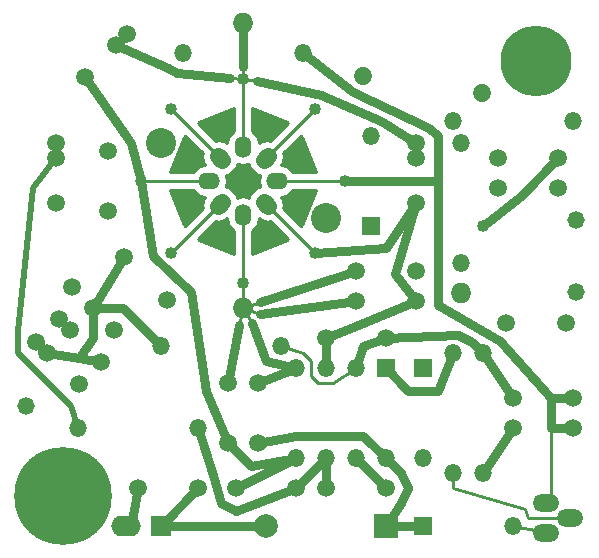
<source format=gbl>
G04 (created by PCBNEW (2013-07-07 BZR 4022)-stable) date Tue 30 Aug 2022 12:13:58 AM CDT*
%MOIN*%
G04 Gerber Fmt 3.4, Leading zero omitted, Abs format*
%FSLAX34Y34*%
G01*
G70*
G90*
G04 APERTURE LIST*
%ADD10C,0.00590551*%
%ADD11O,0.0885X0.059*%
%ADD12O,0.059X0.059*%
%ADD13R,0.059X0.059*%
%ADD14R,0.069X0.069*%
%ADD15O,0.099X0.069*%
%ADD16C,0.23622*%
%ADD17C,0.059*%
%ADD18O,0.069X0.069*%
%ADD19R,0.079X0.079*%
%ADD20C,0.079*%
%ADD21C,0.325*%
%ADD22C,0.059*%
%ADD23O,0.058X0.058*%
%ADD24C,0.056*%
%ADD25O,0.072X0.056*%
%ADD26O,0.056X0.072*%
%ADD27O,0.032X0.032*%
%ADD28C,0.1*%
%ADD29C,0.04*%
%ADD30C,0.03*%
%ADD31C,0.01*%
%ADD32C,0.02*%
G04 APERTURE END LIST*
G54D10*
G54D11*
X95852Y-43250D03*
X96647Y-43750D03*
X95852Y-44250D03*
G54D12*
X92750Y-38250D03*
X92750Y-42250D03*
X93750Y-42250D03*
X93750Y-38250D03*
X83000Y-38000D03*
X87000Y-38000D03*
X83750Y-28250D03*
X87750Y-28250D03*
X84250Y-40750D03*
X80250Y-40750D03*
G54D13*
X90500Y-38750D03*
G54D12*
X89500Y-38750D03*
X88500Y-38750D03*
X87500Y-38750D03*
X87500Y-41750D03*
X88500Y-41750D03*
X90500Y-41750D03*
X89500Y-41750D03*
G54D14*
X83000Y-44000D03*
G54D15*
X81850Y-44000D03*
G54D16*
X95500Y-28500D03*
G54D17*
X94750Y-40750D03*
X96750Y-40750D03*
X91500Y-36500D03*
X89500Y-36500D03*
X85250Y-41250D03*
X85250Y-39250D03*
X86250Y-41250D03*
X86250Y-39250D03*
X88500Y-42750D03*
X90500Y-42750D03*
X81792Y-35042D03*
X83207Y-36457D03*
X81250Y-31500D03*
X81250Y-33500D03*
X96750Y-39750D03*
X94750Y-39750D03*
X90500Y-37750D03*
X88500Y-37750D03*
X87500Y-42750D03*
X85500Y-42750D03*
G54D18*
X85750Y-36750D03*
G54D19*
X90500Y-44000D03*
G54D20*
X86500Y-44000D03*
G54D13*
X91750Y-38750D03*
G54D12*
X91750Y-41750D03*
G54D13*
X90000Y-34000D03*
G54D12*
X90000Y-31000D03*
G54D13*
X91750Y-44000D03*
G54D12*
X94750Y-44000D03*
G54D17*
X81883Y-27616D03*
X80469Y-29030D03*
X81530Y-27969D03*
X79500Y-31250D03*
X79500Y-33250D03*
X79500Y-31750D03*
X91500Y-31250D03*
X91500Y-33250D03*
X91500Y-31750D03*
G54D21*
X79750Y-43000D03*
G54D18*
X85750Y-27250D03*
G54D22*
X89750Y-29000D02*
X89750Y-29000D01*
X93711Y-29556D02*
X93711Y-29556D01*
G54D12*
X96750Y-30500D03*
X92750Y-30500D03*
X93000Y-31250D03*
X93000Y-35250D03*
G54D17*
X94250Y-31750D03*
X96250Y-31750D03*
X96250Y-32750D03*
X94250Y-32750D03*
X96500Y-37250D03*
X94500Y-37250D03*
G54D18*
X93000Y-36250D03*
G54D17*
X79616Y-37116D03*
X81030Y-38530D03*
X79969Y-37469D03*
X78866Y-37866D03*
X80280Y-39280D03*
X79219Y-38219D03*
X80042Y-36042D03*
X81457Y-37457D03*
X80750Y-36750D03*
G54D23*
X96850Y-33800D03*
X96850Y-36200D03*
X78500Y-40000D03*
G54D24*
X85042Y-31792D02*
X84929Y-31679D01*
X86570Y-31679D02*
X86457Y-31792D01*
G54D25*
X86890Y-32500D03*
G54D26*
X85750Y-31359D03*
G54D24*
X86570Y-33320D02*
X86457Y-33207D01*
G54D26*
X85750Y-33640D03*
G54D24*
X85042Y-33207D02*
X84929Y-33320D01*
G54D25*
X84609Y-32500D03*
G54D17*
X84250Y-42750D03*
X82250Y-42750D03*
X91500Y-35500D03*
X89500Y-35500D03*
G54D27*
X86500Y-30750D03*
X87500Y-31750D03*
X87500Y-33250D03*
X86500Y-34250D03*
X85000Y-34250D03*
X84000Y-33250D03*
X84000Y-31750D03*
X85000Y-30750D03*
G54D28*
X83000Y-31250D03*
X88500Y-33750D03*
G54D27*
X86900Y-30600D03*
X86300Y-30400D03*
X85200Y-30400D03*
X84600Y-30600D03*
X87600Y-31300D03*
X87900Y-32000D03*
X83900Y-31300D03*
X83600Y-31900D03*
X87900Y-33000D03*
X83600Y-33000D03*
X83900Y-33700D03*
X87600Y-33700D03*
X86900Y-34400D03*
X84600Y-34400D03*
X86300Y-34600D03*
X85200Y-34600D03*
X85400Y-32500D03*
X86100Y-32500D03*
X85750Y-32150D03*
X85750Y-32850D03*
G54D29*
X89150Y-32500D03*
X82350Y-32500D03*
X83350Y-30100D03*
X88150Y-34900D03*
X88150Y-30100D03*
X83350Y-34900D03*
X85750Y-29100D03*
X93750Y-34000D03*
X85750Y-35900D03*
G54D30*
X89500Y-41000D02*
X89750Y-41000D01*
X87500Y-41000D02*
X89500Y-41000D01*
X86250Y-41250D02*
X87500Y-41000D01*
X89750Y-41000D02*
X90500Y-41750D01*
X90500Y-41750D02*
X91000Y-42250D01*
X91000Y-43250D02*
X90500Y-44000D01*
X91250Y-42750D02*
X91000Y-43250D01*
X91000Y-42250D02*
X91250Y-42750D01*
X90500Y-44000D02*
X91750Y-44000D01*
X96000Y-39750D02*
X94300Y-37850D01*
X92250Y-34250D02*
X92250Y-36642D01*
X92250Y-34250D02*
X92250Y-32500D01*
X94300Y-37850D02*
X92250Y-36642D01*
X96000Y-40750D02*
X96750Y-40750D01*
G54D31*
X96000Y-43250D02*
X96000Y-40750D01*
G54D30*
X96000Y-40750D02*
X96000Y-39750D01*
X96000Y-39750D02*
X96750Y-39750D01*
X92250Y-32500D02*
X92250Y-32500D01*
X92250Y-32500D02*
X92250Y-31000D01*
X92250Y-31000D02*
X91956Y-30742D01*
X91956Y-30742D02*
X89408Y-29539D01*
X89408Y-29539D02*
X87750Y-28250D01*
G54D31*
X86739Y-32500D02*
X89150Y-32500D01*
G54D30*
X89150Y-32500D02*
X92250Y-32500D01*
X92250Y-32500D02*
X92250Y-32500D01*
X92250Y-32500D02*
X92250Y-32500D01*
G54D31*
X89250Y-32500D02*
X89150Y-32500D01*
G54D30*
X85000Y-43250D02*
X84750Y-42300D01*
X85500Y-43500D02*
X85000Y-43250D01*
X87500Y-42750D02*
X85500Y-43500D01*
X84750Y-42300D02*
X84250Y-40750D01*
X88500Y-41750D02*
X87500Y-42750D01*
X88500Y-41750D02*
X88500Y-42750D01*
X82350Y-32500D02*
X82000Y-31250D01*
X82000Y-31250D02*
X80469Y-29030D01*
G54D31*
X84760Y-32500D02*
X82350Y-32500D01*
G54D30*
X84500Y-39500D02*
X85250Y-41250D01*
X82750Y-35000D02*
X84030Y-36217D01*
X84030Y-36217D02*
X84500Y-39500D01*
X82350Y-32500D02*
X82750Y-35000D01*
X87500Y-41750D02*
X86000Y-42000D01*
X86000Y-42000D02*
X85250Y-41250D01*
X87500Y-41750D02*
X85500Y-42750D01*
X90500Y-42750D02*
X89500Y-41750D01*
X93750Y-42250D02*
X94750Y-40750D01*
X90500Y-38750D02*
X91250Y-39500D01*
X92250Y-39500D02*
X92750Y-38250D01*
X91250Y-39500D02*
X92250Y-39500D01*
G54D31*
X94750Y-44000D02*
X96000Y-44250D01*
X95250Y-43750D02*
X95150Y-43450D01*
X95150Y-43450D02*
X92750Y-42750D01*
X96500Y-43750D02*
X95250Y-43750D01*
X92750Y-42750D02*
X92750Y-42250D01*
G54D30*
X90500Y-37750D02*
X92900Y-37650D01*
X93375Y-37875D02*
X93750Y-38250D01*
X92900Y-37650D02*
X93375Y-37875D01*
X93750Y-38250D02*
X94750Y-39750D01*
G54D31*
X87000Y-38000D02*
X87750Y-38250D01*
X88750Y-39250D02*
X89500Y-38750D01*
X88250Y-39250D02*
X88750Y-39250D01*
X88000Y-39000D02*
X88250Y-39250D01*
X88000Y-38500D02*
X88000Y-39000D01*
X87750Y-38250D02*
X88000Y-38500D01*
G54D30*
X89500Y-38750D02*
X89750Y-38000D01*
X89750Y-38000D02*
X90500Y-37750D01*
G54D32*
X80250Y-40750D02*
X80000Y-40000D01*
X80000Y-40000D02*
X78250Y-38250D01*
X78250Y-38250D02*
X78250Y-37500D01*
X78250Y-37500D02*
X78750Y-32750D01*
X78750Y-32750D02*
X79500Y-31750D01*
G54D31*
X85042Y-31792D02*
X83350Y-30100D01*
X83350Y-30100D02*
X83400Y-30100D01*
G54D30*
X79500Y-31750D02*
X79500Y-31250D01*
G54D31*
X86457Y-33207D02*
X88150Y-34900D01*
G54D30*
X91500Y-33250D02*
X90800Y-35600D01*
X90800Y-35600D02*
X91500Y-36500D01*
X88150Y-34900D02*
X90500Y-34750D01*
X90500Y-34750D02*
X91500Y-33250D01*
X90500Y-34750D02*
X90500Y-34750D01*
X88500Y-37750D02*
X89750Y-37250D01*
X89750Y-37250D02*
X91500Y-36500D01*
X88500Y-38750D02*
X88500Y-37750D01*
G54D31*
X88150Y-34900D02*
X88250Y-35000D01*
X86457Y-31792D02*
X88150Y-30100D01*
G54D30*
X84250Y-42750D02*
X83000Y-44000D01*
X83000Y-44000D02*
X86500Y-44000D01*
X86500Y-44000D02*
X86500Y-44000D01*
X80267Y-38399D02*
X80750Y-37750D01*
X80750Y-37750D02*
X80750Y-36750D01*
X78866Y-37866D02*
X79219Y-38219D01*
X79219Y-38219D02*
X80267Y-38399D01*
X80267Y-38399D02*
X81030Y-38530D01*
X80750Y-36750D02*
X81750Y-36750D01*
X81750Y-36750D02*
X83000Y-38000D01*
X81792Y-35042D02*
X80750Y-36750D01*
G54D31*
X83350Y-34900D02*
X85042Y-33207D01*
X85750Y-29100D02*
X85300Y-29077D01*
G54D30*
X85300Y-29077D02*
X83550Y-28900D01*
X83550Y-28900D02*
X83250Y-28750D01*
X83250Y-28750D02*
X81530Y-27969D01*
X81530Y-27969D02*
X81883Y-27616D01*
G54D31*
X85750Y-29100D02*
X85750Y-28700D01*
G54D30*
X85750Y-28700D02*
X85750Y-27250D01*
X91500Y-31250D02*
X91500Y-31750D01*
G54D31*
X85750Y-29100D02*
X86200Y-29172D01*
G54D30*
X86200Y-29172D02*
X88341Y-29637D01*
X88341Y-29637D02*
X90350Y-30500D01*
X90350Y-30500D02*
X91500Y-31250D01*
G54D31*
X85750Y-31510D02*
X85750Y-29100D01*
G54D30*
X82250Y-42750D02*
X82000Y-44000D01*
X95000Y-33000D02*
X96250Y-31750D01*
X95000Y-33000D02*
X93750Y-34000D01*
X93750Y-34000D02*
X93750Y-34000D01*
G54D31*
X85750Y-36750D02*
X85750Y-35900D01*
X85750Y-35900D02*
X85750Y-33489D01*
X85750Y-36750D02*
X86300Y-36950D01*
G54D30*
X86300Y-36950D02*
X89500Y-36500D01*
G54D31*
X85750Y-36750D02*
X86050Y-37250D01*
G54D30*
X86050Y-37250D02*
X86500Y-38500D01*
X86500Y-38500D02*
X87500Y-38750D01*
G54D31*
X85750Y-36750D02*
X86300Y-36550D01*
G54D30*
X86300Y-36550D02*
X89500Y-35500D01*
X85250Y-39250D02*
X85600Y-37300D01*
G54D31*
X85600Y-37300D02*
X85750Y-36750D01*
G54D30*
X86250Y-39250D02*
X86250Y-39250D01*
X86250Y-39250D02*
X87500Y-38750D01*
G54D31*
X86250Y-39250D02*
X87500Y-38750D01*
G54D10*
G36*
X84498Y-31973D02*
X84314Y-32010D01*
X84142Y-32125D01*
X84092Y-32200D01*
X83323Y-32200D01*
X83792Y-31028D01*
X83823Y-30997D01*
X84408Y-31583D01*
X84391Y-31671D01*
X84431Y-31874D01*
X84498Y-31973D01*
X84498Y-31973D01*
G37*
G54D31*
X84498Y-31973D02*
X84314Y-32010D01*
X84142Y-32125D01*
X84092Y-32200D01*
X83323Y-32200D01*
X83792Y-31028D01*
X83823Y-30997D01*
X84408Y-31583D01*
X84391Y-31671D01*
X84431Y-31874D01*
X84498Y-31973D01*
G54D10*
G36*
X84498Y-33026D02*
X84431Y-33125D01*
X84391Y-33328D01*
X84408Y-33416D01*
X83823Y-34002D01*
X83792Y-33971D01*
X83323Y-32800D01*
X84092Y-32800D01*
X84142Y-32874D01*
X84314Y-32989D01*
X84498Y-33026D01*
X84498Y-33026D01*
G37*
G54D31*
X84498Y-33026D02*
X84431Y-33125D01*
X84391Y-33328D01*
X84408Y-33416D01*
X83823Y-34002D01*
X83792Y-33971D01*
X83323Y-32800D01*
X84092Y-32800D01*
X84142Y-32874D01*
X84314Y-32989D01*
X84498Y-33026D01*
G54D10*
G36*
X85450Y-30842D02*
X85375Y-30892D01*
X85260Y-31064D01*
X85223Y-31248D01*
X85124Y-31181D01*
X84921Y-31141D01*
X84833Y-31158D01*
X84247Y-30573D01*
X84278Y-30542D01*
X85450Y-30073D01*
X85450Y-30842D01*
X85450Y-30842D01*
G37*
G54D31*
X85450Y-30842D02*
X85375Y-30892D01*
X85260Y-31064D01*
X85223Y-31248D01*
X85124Y-31181D01*
X84921Y-31141D01*
X84833Y-31158D01*
X84247Y-30573D01*
X84278Y-30542D01*
X85450Y-30073D01*
X85450Y-30842D01*
G54D10*
G36*
X85450Y-34926D02*
X84278Y-34457D01*
X84247Y-34426D01*
X84833Y-33841D01*
X84921Y-33858D01*
X85124Y-33818D01*
X85223Y-33751D01*
X85260Y-33935D01*
X85375Y-34107D01*
X85450Y-34157D01*
X85450Y-34926D01*
X85450Y-34926D01*
G37*
G54D31*
X85450Y-34926D02*
X84278Y-34457D01*
X84247Y-34426D01*
X84833Y-33841D01*
X84921Y-33858D01*
X85124Y-33818D01*
X85223Y-33751D01*
X85260Y-33935D01*
X85375Y-34107D01*
X85450Y-34157D01*
X85450Y-34926D01*
G54D10*
G36*
X86307Y-32696D02*
X86245Y-32709D01*
X86073Y-32823D01*
X85959Y-32995D01*
X85946Y-33057D01*
X85750Y-33018D01*
X85553Y-33057D01*
X85541Y-32995D01*
X85426Y-32823D01*
X85254Y-32709D01*
X85192Y-32696D01*
X85231Y-32500D01*
X85192Y-32303D01*
X85254Y-32291D01*
X85426Y-32176D01*
X85541Y-32004D01*
X85553Y-31942D01*
X85750Y-31981D01*
X85946Y-31942D01*
X85959Y-32004D01*
X86073Y-32176D01*
X86245Y-32291D01*
X86307Y-32303D01*
X86268Y-32500D01*
X86307Y-32696D01*
X86307Y-32696D01*
G37*
G54D31*
X86307Y-32696D02*
X86245Y-32709D01*
X86073Y-32823D01*
X85959Y-32995D01*
X85946Y-33057D01*
X85750Y-33018D01*
X85553Y-33057D01*
X85541Y-32995D01*
X85426Y-32823D01*
X85254Y-32709D01*
X85192Y-32696D01*
X85231Y-32500D01*
X85192Y-32303D01*
X85254Y-32291D01*
X85426Y-32176D01*
X85541Y-32004D01*
X85553Y-31942D01*
X85750Y-31981D01*
X85946Y-31942D01*
X85959Y-32004D01*
X86073Y-32176D01*
X86245Y-32291D01*
X86307Y-32303D01*
X86268Y-32500D01*
X86307Y-32696D01*
G54D10*
G36*
X87252Y-30573D02*
X86666Y-31158D01*
X86578Y-31141D01*
X86375Y-31181D01*
X86276Y-31248D01*
X86239Y-31064D01*
X86124Y-30892D01*
X86050Y-30842D01*
X86050Y-30073D01*
X87221Y-30542D01*
X87252Y-30573D01*
X87252Y-30573D01*
G37*
G54D31*
X87252Y-30573D02*
X86666Y-31158D01*
X86578Y-31141D01*
X86375Y-31181D01*
X86276Y-31248D01*
X86239Y-31064D01*
X86124Y-30892D01*
X86050Y-30842D01*
X86050Y-30073D01*
X87221Y-30542D01*
X87252Y-30573D01*
G54D10*
G36*
X87252Y-34426D02*
X87221Y-34457D01*
X86050Y-34926D01*
X86050Y-34157D01*
X86124Y-34107D01*
X86239Y-33935D01*
X86276Y-33751D01*
X86375Y-33818D01*
X86578Y-33858D01*
X86666Y-33841D01*
X87252Y-34426D01*
X87252Y-34426D01*
G37*
G54D31*
X87252Y-34426D02*
X87221Y-34457D01*
X86050Y-34926D01*
X86050Y-34157D01*
X86124Y-34107D01*
X86239Y-33935D01*
X86276Y-33751D01*
X86375Y-33818D01*
X86578Y-33858D01*
X86666Y-33841D01*
X87252Y-34426D01*
G54D10*
G36*
X88176Y-32200D02*
X87407Y-32200D01*
X87357Y-32125D01*
X87185Y-32010D01*
X87001Y-31973D01*
X87068Y-31874D01*
X87108Y-31671D01*
X87091Y-31583D01*
X87676Y-30997D01*
X87707Y-31028D01*
X88176Y-32200D01*
X88176Y-32200D01*
G37*
G54D31*
X88176Y-32200D02*
X87407Y-32200D01*
X87357Y-32125D01*
X87185Y-32010D01*
X87001Y-31973D01*
X87068Y-31874D01*
X87108Y-31671D01*
X87091Y-31583D01*
X87676Y-30997D01*
X87707Y-31028D01*
X88176Y-32200D01*
G54D10*
G36*
X88176Y-32800D02*
X87707Y-33971D01*
X87676Y-34002D01*
X87091Y-33416D01*
X87108Y-33328D01*
X87068Y-33125D01*
X87001Y-33026D01*
X87185Y-32989D01*
X87357Y-32874D01*
X87407Y-32800D01*
X88176Y-32800D01*
X88176Y-32800D01*
G37*
G54D31*
X88176Y-32800D02*
X87707Y-33971D01*
X87676Y-34002D01*
X87091Y-33416D01*
X87108Y-33328D01*
X87068Y-33125D01*
X87001Y-33026D01*
X87185Y-32989D01*
X87357Y-32874D01*
X87407Y-32800D01*
X88176Y-32800D01*
M02*

</source>
